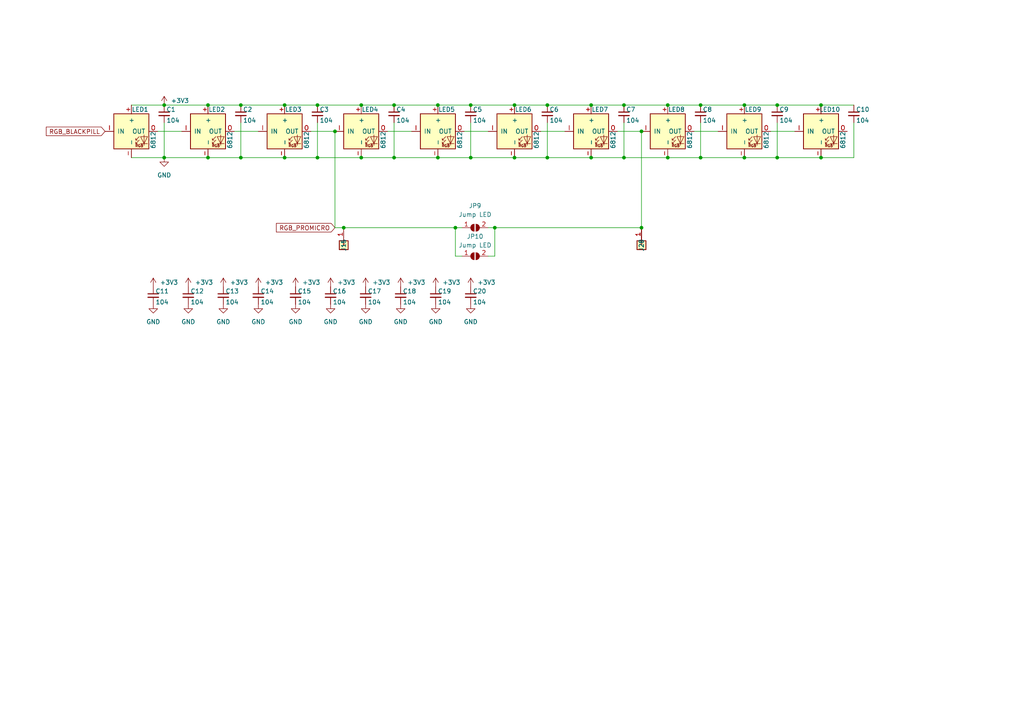
<source format=kicad_sch>
(kicad_sch (version 20211123) (generator eeschema)
  (paper "A4")
  (lib_symbols
    (symbol "Connector_Generic:Conn_01x01" (pin_names (offset 1.016) hide)
      (property "Reference" "J" (at 0 2.54 0))
      (property "Value" "Conn_01x01" (at 0 -2.54 0))
      (symbol "Conn_01x01_1_1"
        (rectangle (start -1.27 0.127) (end 0 -0.127) (stroke (width 0.1524)))
        (rectangle (start -1.27 1.27) (end 1.27 -1.27) (stroke (width 0.254)) (fill (type background)))
        (pin passive line (at -5.08 0 0) (length 3.81) (name "Pin_1") (number "1"))
      )
    )
    (symbol "Device:C_Small" (pin_numbers hide) (pin_names (offset 0.254) hide)
      (property "Reference" "C" (at 0.254 1.778 0))
      (property "Value" "C_Small" (at 0.254 -2.032 0))
      (symbol "C_Small_0_1"
        (polyline (pts (xy -1.524 -0.508) (xy 1.524 -0.508)) (stroke (width 0.3302)))
        (polyline (pts (xy -1.524 0.508) (xy 1.524 0.508)) (stroke (width 0.3048)))
      )
      (symbol "C_Small_1_1"
        (pin passive line (at 0 2.54 270) (length 2.032) (name "~") (number "1"))
        (pin passive line (at 0 -2.54 90) (length 2.032) (name "~") (number "2"))
      )
    )
    (symbol "Jumper:SolderJumper_2_Open" (pin_names (offset 0) hide)
      (property "Reference" "JP" (at 0 2.032 0))
      (property "Value" "SolderJumper_2_Open" (at 0 -2.54 0))
      (symbol "SolderJumper_2_Open_0_1"
        (arc (start -0.254 1.016) (mid -1.27 0) (end -0.254 -1.016))
        (arc (start -0.254 1.016) (mid -1.27 0) (end -0.254 -1.016) (fill (type outline)))
        (polyline (pts (xy -0.254 1.016) (xy -0.254 -1.016)))
        (polyline (pts (xy 0.254 1.016) (xy 0.254 -1.016)))
        (arc (start 0.254 -1.016) (mid 1.27 0) (end 0.254 1.016))
        (arc (start 0.254 -1.016) (mid 1.27 0) (end 0.254 1.016) (fill (type outline)))
      )
      (symbol "SolderJumper_2_Open_1_1"
        (pin passive line (at -3.81 0 0) (length 2.54) (name "A") (number "1"))
        (pin passive line (at 3.81 0 180) (length 2.54) (name "B") (number "2"))
      )
    )
    (symbol "kien242:6812" (pin_names (offset 1.016))
      (property "Reference" "LED" (at 5.08 7.62 0))
      (property "Value" "6812" (at 5.08 10.16 0))
      (symbol "6812_1_1"
        (polyline (pts (xy 1.27 -3.556) (xy 1.778 -3.556)))
        (polyline (pts (xy 1.27 -2.54) (xy 1.778 -2.54)))
        (polyline (pts (xy 4.699 -3.556) (xy 2.667 -3.556)))
        (polyline (pts (xy 2.286 -2.54) (xy 1.27 -3.556) (xy 1.27 -3.048)))
        (polyline (pts (xy 2.286 -1.524) (xy 1.27 -2.54) (xy 1.27 -2.032)))
        (polyline (pts (xy 3.683 -1.016) (xy 3.683 -3.556) (xy 3.683 -4.064)))
        (polyline (pts (xy 4.699 -1.524) (xy 2.667 -1.524) (xy 3.683 -3.556) (xy 4.699 -1.524)))
        (rectangle (start 5.08 5.08) (end -5.08 -5.08) (stroke (width 0.254)) (fill (type background)))
        (text "RGB" (at 2.286 -4.191 0) (effects (font (size 0.762 0.762))))
        (pin power_in line (at 0 7.62 270) (length 2.54) (name "+") (number "+"))
        (pin power_in line (at 0 -7.62 90) (length 2.54) (name "-") (number "-"))
        (pin input line (at -7.62 0 0) (length 2.54) (name "IN") (number "I"))
        (pin output line (at 7.62 0 180) (length 2.54) (name "OUT") (number "O"))
      )
    )
    (symbol "power:+3.3V" (power) (pin_names (offset 0))
      (property "Value" "+3.3V" (at 0 3.556 0))
      (symbol "+3.3V_0_1"
        (polyline (pts (xy -0.762 1.27) (xy 0 2.54)))
        (polyline (pts (xy 0 0) (xy 0 2.54)))
        (polyline (pts (xy 0 2.54) (xy 0.762 1.27)))
      )
      (symbol "+3.3V_1_1"
        (pin power_in line (at 0 0 90) (length 0) hide (name "+3V3") (number "1"))
      )
    )
    (symbol "power:GND" (power) (pin_names (offset 0))
      (property "Value" "GND" (at 0 -3.81 0))
      (symbol "GND_0_1"
        (polyline (pts (xy 0 0) (xy 0 -1.27) (xy 1.27 -1.27) (xy 0 -2.54) (xy -1.27 -1.27) (xy 0 -1.27)))
      )
      (symbol "GND_1_1"
        (pin power_in line (at 0 0 270) (length 0) hide (name "GND") (number "1"))
      )
    )
  )
  (junction (at 104.775 30.48))
  (junction (at 158.75 30.48))
  (junction (at 193.675 45.72))
  (junction (at 180.975 30.48))
  (junction (at 225.425 30.48))
  (junction (at 92.075 45.72))
  (junction (at 143.51 66.04))
  (junction (at 203.2 30.48))
  (junction (at 69.85 45.72))
  (junction (at 238.125 30.48))
  (junction (at 60.325 45.72))
  (junction (at 193.675 30.48))
  (junction (at 171.45 30.48))
  (junction (at 97.155 38.1))
  (junction (at 104.775 45.72))
  (junction (at 149.225 30.48))
  (junction (at 136.525 45.72))
  (junction (at 127 45.72))
  (junction (at 203.2 45.72))
  (junction (at 158.75 45.72))
  (junction (at 238.125 45.72))
  (junction (at 180.975 45.72))
  (junction (at 60.325 30.48))
  (junction (at 171.45 45.72))
  (junction (at 149.225 45.72))
  (junction (at 127 30.48))
  (junction (at 69.85 30.48))
  (junction (at 132.08 66.04))
  (junction (at 225.425 45.72))
  (junction (at 186.055 66.04))
  (junction (at 92.075 30.48))
  (junction (at 114.3 30.48))
  (junction (at 114.3 45.72))
  (junction (at 82.55 30.48))
  (junction (at 99.695 66.04))
  (junction (at 47.625 45.72))
  (junction (at 215.9 30.48))
  (junction (at 82.55 45.72))
  (junction (at 136.525 30.48))
  (junction (at 186.055 38.1))
  (junction (at 215.9 45.72))
  (junction (at 47.625 30.48))
  (wire (pts (xy 143.51 74.295) (xy 141.605 74.295)))
  (wire (pts (xy 149.225 30.48) (xy 158.75 30.48)))
  (wire (pts (xy 114.3 45.72) (xy 104.775 45.72)))
  (wire (pts (xy 203.2 35.56) (xy 203.2 45.72)))
  (wire (pts (xy 193.675 30.48) (xy 203.2 30.48)))
  (wire (pts (xy 171.45 30.48) (xy 180.975 30.48)))
  (wire (pts (xy 136.525 35.56) (xy 136.525 45.72)))
  (wire (pts (xy 69.85 30.48) (xy 82.55 30.48)))
  (wire (pts (xy 132.08 66.04) (xy 99.695 66.04)))
  (wire (pts (xy 92.075 30.48) (xy 104.775 30.48)))
  (wire (pts (xy 97.155 66.04) (xy 97.155 38.1)))
  (wire (pts (xy 112.395 38.1) (xy 119.38 38.1)))
  (wire (pts (xy 92.075 35.56) (xy 92.075 45.72)))
  (wire (pts (xy 180.975 45.72) (xy 193.675 45.72)))
  (wire (pts (xy 132.08 74.295) (xy 133.985 74.295)))
  (wire (pts (xy 47.625 45.72) (xy 60.325 45.72)))
  (wire (pts (xy 114.3 30.48) (xy 127 30.48)))
  (wire (pts (xy 69.85 45.72) (xy 60.325 45.72)))
  (wire (pts (xy 136.525 45.72) (xy 127 45.72)))
  (wire (pts (xy 203.2 45.72) (xy 215.9 45.72)))
  (wire (pts (xy 60.325 30.48) (xy 69.85 30.48)))
  (wire (pts (xy 203.2 45.72) (xy 193.675 45.72)))
  (wire (pts (xy 180.975 35.56) (xy 180.975 45.72)))
  (wire (pts (xy 186.055 66.04) (xy 143.51 66.04)))
  (wire (pts (xy 132.08 66.04) (xy 132.08 74.295)))
  (wire (pts (xy 225.425 45.72) (xy 215.9 45.72)))
  (wire (pts (xy 69.85 45.72) (xy 82.55 45.72)))
  (wire (pts (xy 158.75 35.56) (xy 158.75 45.72)))
  (wire (pts (xy 143.51 66.04) (xy 141.605 66.04)))
  (wire (pts (xy 38.1 30.48) (xy 47.625 30.48)))
  (wire (pts (xy 104.775 30.48) (xy 114.3 30.48)))
  (wire (pts (xy 92.075 45.72) (xy 104.775 45.72)))
  (wire (pts (xy 158.75 45.72) (xy 171.45 45.72)))
  (wire (pts (xy 225.425 45.72) (xy 238.125 45.72)))
  (wire (pts (xy 201.295 38.1) (xy 208.28 38.1)))
  (wire (pts (xy 114.3 35.56) (xy 114.3 45.72)))
  (wire (pts (xy 134.62 38.1) (xy 141.605 38.1)))
  (wire (pts (xy 136.525 30.48) (xy 149.225 30.48)))
  (wire (pts (xy 156.845 38.1) (xy 163.83 38.1)))
  (wire (pts (xy 136.525 45.72) (xy 149.225 45.72)))
  (wire (pts (xy 247.65 35.56) (xy 247.65 45.72)))
  (wire (pts (xy 47.625 35.56) (xy 47.625 45.72)))
  (wire (pts (xy 127 30.48) (xy 136.525 30.48)))
  (wire (pts (xy 247.65 45.72) (xy 238.125 45.72)))
  (wire (pts (xy 47.625 45.72) (xy 38.1 45.72)))
  (wire (pts (xy 223.52 38.1) (xy 230.505 38.1)))
  (wire (pts (xy 215.9 30.48) (xy 225.425 30.48)))
  (wire (pts (xy 158.75 45.72) (xy 149.225 45.72)))
  (wire (pts (xy 180.975 45.72) (xy 171.45 45.72)))
  (wire (pts (xy 99.695 66.04) (xy 97.155 66.04)))
  (wire (pts (xy 225.425 35.56) (xy 225.425 45.72)))
  (wire (pts (xy 158.75 30.48) (xy 171.45 30.48)))
  (wire (pts (xy 238.125 30.48) (xy 247.65 30.48)))
  (wire (pts (xy 203.2 30.48) (xy 215.9 30.48)))
  (wire (pts (xy 143.51 66.04) (xy 143.51 74.295)))
  (wire (pts (xy 67.945 38.1) (xy 74.93 38.1)))
  (wire (pts (xy 225.425 30.48) (xy 238.125 30.48)))
  (wire (pts (xy 92.075 45.72) (xy 82.55 45.72)))
  (wire (pts (xy 90.17 38.1) (xy 97.155 38.1)))
  (wire (pts (xy 47.625 30.48) (xy 60.325 30.48)))
  (wire (pts (xy 45.72 38.1) (xy 52.705 38.1)))
  (wire (pts (xy 179.07 38.1) (xy 186.055 38.1)))
  (wire (pts (xy 82.55 30.48) (xy 92.075 30.48)))
  (wire (pts (xy 69.85 35.56) (xy 69.85 45.72)))
  (wire (pts (xy 186.055 38.1) (xy 186.055 66.04)))
  (wire (pts (xy 180.975 30.48) (xy 193.675 30.48)))
  (wire (pts (xy 133.985 66.04) (xy 132.08 66.04)))
  (wire (pts (xy 114.3 45.72) (xy 127 45.72)))
  (global_label "RGB_BLACKPILL" (shape input) (at 30.48 38.1 180) (property "Intersheet References" "${INTERSHEET_REFS}" (effects hide)))
  (global_label "RGB_PROMICRO" (shape input) (at 97.155 66.04 180) (property "Intersheet References" "${INTERSHEET_REFS}" (effects hide)))
  (symbol (lib_id "Connector_Generic:Conn_01x01") (at 99.695 71.12 270) (unit 1)
    (property "Reference" "J14" (at 99.695 71.12 0))
    (property "Value" " " (at 95.885 71.12 0))
    (property "Footprint" "Library:Conn_01x01" (effects hide))
  )
  (symbol (lib_id "Device:C_Small") (at 47.625 33.02 0) (unit 1)
    (property "Reference" "C1" (at 48.26 31.75 0) (effects (justify left)))
    (property "Value" "104" (at 48.26 34.925 0) (effects (justify left)))
    (property "Footprint" "Capacitor_SMD:C_0603_1608Metric" (effects hide))
  )
  (symbol (lib_id "Connector_Generic:Conn_01x01") (at 99.695 71.12 270) (unit 1)
    (property "Reference" "J15" (at 99.695 71.12 0))
    (property "Value" " " (at 95.885 71.12 0))
    (property "Footprint" "Library:Conn_01x01" (effects hide))
  )
  (symbol (lib_id "power:GND") (at 95.885 88.265 0) (unit 1)
    (property "Reference" "#PWR0113" (effects hide))
    (property "Value" "GND" (at 95.885 93.345 0))
  )
  (symbol (lib_id "Jumper:SolderJumper_2_Open") (at 137.795 66.04 0) (unit 1)
    (property "Reference" "JP9" (at 137.795 59.69 0))
    (property "Value" "Jump LED" (at 137.795 62.23 0))
    (property "Footprint" "Jumper:SolderJumper-2_P1.3mm_Open_RoundedPad1.0x1.5mm" (effects hide))
  )
  (symbol (lib_id "power:+3.3V") (at 106.045 83.185 0) (unit 1)
    (property "Reference" "#PWR0118" (effects hide))
    (property "Value" "+3.3V" (at 107.95 81.9149 0) (effects (justify left)))
  )
  (symbol (lib_id "kien242:6812") (at 104.775 38.1 0) (unit 1)
    (property "Reference" "LED4" (at 107.315 31.75 0))
    (property "Value" "6812" (at 111.125 40.64 90))
    (property "Footprint" "kien242:SK6812MINI-FLIP" (effects hide))
  )
  (symbol (lib_id "Device:C_Small") (at 247.65 33.02 0) (unit 1)
    (property "Reference" "C10" (at 248.285 31.75 0) (effects (justify left)))
    (property "Value" "104" (at 248.285 34.925 0) (effects (justify left)))
    (property "Footprint" "Capacitor_SMD:C_0603_1608Metric" (effects hide))
  )
  (symbol (lib_id "Jumper:SolderJumper_2_Open") (at 137.795 74.295 0) (mirror x) (unit 1)
    (property "Reference" "JP10" (at 137.795 68.58 0))
    (property "Value" "Jump LED" (at 137.795 71.12 0))
    (property "Footprint" "Jumper:SolderJumper-2_P1.3mm_Open_Pad1.0x1.5mm" (effects hide))
  )
  (symbol (lib_id "kien242:6812") (at 127 38.1 0) (unit 1)
    (property "Reference" "LED5" (at 129.54 31.75 0))
    (property "Value" "6812" (at 133.35 40.64 90))
    (property "Footprint" "kien242:SK6812MINI-FLIP" (effects hide))
  )
  (symbol (lib_id "power:+3.3V") (at 116.205 83.185 0) (unit 1)
    (property "Reference" "#PWR0120" (effects hide))
    (property "Value" "+3.3V" (at 118.11 81.9149 0) (effects (justify left)))
  )
  (symbol (lib_id "power:GND") (at 85.725 88.265 0) (unit 1)
    (property "Reference" "#PWR0115" (effects hide))
    (property "Value" "GND" (at 85.725 93.345 0))
  )
  (symbol (lib_id "kien242:6812") (at 38.1 38.1 0) (unit 1)
    (property "Reference" "LED1" (at 40.64 31.75 0))
    (property "Value" "6812" (at 44.45 40.64 90))
    (property "Footprint" "kien242:SK6812MINI-FLIP" (effects hide))
  )
  (symbol (lib_id "Device:C_Small") (at 64.77 85.725 0) (unit 1)
    (property "Reference" "C13" (at 65.405 84.455 0) (effects (justify left)))
    (property "Value" "104" (at 65.405 87.63 0) (effects (justify left)))
    (property "Footprint" "Capacitor_SMD:C_0603_1608Metric" (effects hide))
  )
  (symbol (lib_id "power:GND") (at 64.77 88.265 0) (unit 1)
    (property "Reference" "#PWR0125" (effects hide))
    (property "Value" "GND" (at 64.77 93.345 0))
  )
  (symbol (lib_id "Device:C_Small") (at 54.61 85.725 0) (unit 1)
    (property "Reference" "C12" (at 55.245 84.455 0) (effects (justify left)))
    (property "Value" "104" (at 55.245 87.63 0) (effects (justify left)))
    (property "Footprint" "Capacitor_SMD:C_0603_1608Metric" (effects hide))
  )
  (symbol (lib_id "Device:C_Small") (at 136.525 85.725 0) (unit 1)
    (property "Reference" "C20" (at 137.16 84.455 0) (effects (justify left)))
    (property "Value" "104" (at 137.16 87.63 0) (effects (justify left)))
    (property "Footprint" "Capacitor_SMD:C_0603_1608Metric" (effects hide))
  )
  (symbol (lib_id "Device:C_Small") (at 180.975 33.02 0) (unit 1)
    (property "Reference" "C7" (at 181.61 31.75 0) (effects (justify left)))
    (property "Value" "104" (at 181.61 34.925 0) (effects (justify left)))
    (property "Footprint" "Capacitor_SMD:C_0603_1608Metric" (effects hide))
  )
  (symbol (lib_id "Device:C_Small") (at 106.045 85.725 0) (unit 1)
    (property "Reference" "C17" (at 106.68 84.455 0) (effects (justify left)))
    (property "Value" "104" (at 106.68 87.63 0) (effects (justify left)))
    (property "Footprint" "Capacitor_SMD:C_0603_1608Metric" (effects hide))
  )
  (symbol (lib_id "Device:C_Small") (at 136.525 33.02 0) (unit 1)
    (property "Reference" "C5" (at 137.16 31.75 0) (effects (justify left)))
    (property "Value" "104" (at 137.16 34.925 0) (effects (justify left)))
    (property "Footprint" "Capacitor_SMD:C_0603_1608Metric" (effects hide))
  )
  (symbol (lib_id "power:+3.3V") (at 47.625 30.48 0) (unit 1)
    (property "Reference" "#PWR0103" (effects hide))
    (property "Value" "+3.3V" (at 49.53 29.2099 0) (effects (justify left)))
  )
  (symbol (lib_id "power:GND") (at 136.525 88.265 0) (unit 1)
    (property "Reference" "#PWR0122" (effects hide))
    (property "Value" "GND" (at 136.525 93.345 0))
  )
  (symbol (lib_id "power:+3.3V") (at 44.45 83.185 0) (unit 1)
    (property "Reference" "#PWR0128" (effects hide))
    (property "Value" "+3.3V" (at 46.355 81.9149 0) (effects (justify left)))
  )
  (symbol (lib_id "Device:C_Small") (at 114.3 33.02 0) (unit 1)
    (property "Reference" "C4" (at 114.935 31.75 0) (effects (justify left)))
    (property "Value" "104" (at 114.935 34.925 0) (effects (justify left)))
    (property "Footprint" "Capacitor_SMD:C_0603_1608Metric" (effects hide))
  )
  (symbol (lib_id "kien242:6812") (at 215.9 38.1 0) (unit 1)
    (property "Reference" "LED9" (at 218.44 31.75 0))
    (property "Value" "6812" (at 222.25 40.64 90))
    (property "Footprint" "kien242:SK6812MINI-FLIP" (effects hide))
  )
  (symbol (lib_id "power:GND") (at 126.365 88.265 0) (unit 1)
    (property "Reference" "#PWR0121" (effects hide))
    (property "Value" "GND" (at 126.365 93.345 0))
  )
  (symbol (lib_id "Device:C_Small") (at 69.85 33.02 0) (unit 1)
    (property "Reference" "C2" (at 70.485 31.75 0) (effects (justify left)))
    (property "Value" "104" (at 70.485 34.925 0) (effects (justify left)))
    (property "Footprint" "Capacitor_SMD:C_0603_1608Metric" (effects hide))
  )
  (symbol (lib_id "Connector_Generic:Conn_01x01") (at 186.055 71.12 270) (unit 1)
    (property "Reference" "J28" (at 186.055 71.12 0))
    (property "Value" " " (at 182.245 71.12 0))
    (property "Footprint" "Library:Conn_01x01" (effects hide))
  )
  (symbol (lib_id "kien242:6812") (at 193.675 38.1 0) (unit 1)
    (property "Reference" "LED8" (at 196.215 31.75 0))
    (property "Value" "6812" (at 200.025 40.64 90))
    (property "Footprint" "kien242:SK6812MINI-FLIP" (effects hide))
  )
  (symbol (lib_id "power:GND") (at 47.625 45.72 0) (unit 1)
    (property "Reference" "#PWR0102" (effects hide))
    (property "Value" "GND" (at 47.625 50.8 0))
  )
  (symbol (lib_id "kien242:6812") (at 82.55 38.1 0) (unit 1)
    (property "Reference" "LED3" (at 85.09 31.75 0))
    (property "Value" "6812" (at 88.9 40.64 90))
    (property "Footprint" "kien242:SK6812MINI-FLIP" (effects hide))
  )
  (symbol (lib_id "power:GND") (at 74.93 88.265 0) (unit 1)
    (property "Reference" "#PWR0124" (effects hide))
    (property "Value" "GND" (at 74.93 93.345 0))
  )
  (symbol (lib_id "Connector_Generic:Conn_01x01") (at 186.055 71.12 270) (unit 1)
    (property "Reference" "J29" (at 186.055 71.12 0))
    (property "Value" " " (at 182.245 71.12 0))
    (property "Footprint" "Library:Conn_01x01" (effects hide))
  )
  (symbol (lib_id "Device:C_Small") (at 203.2 33.02 0) (unit 1)
    (property "Reference" "C8" (at 203.835 31.75 0) (effects (justify left)))
    (property "Value" "104" (at 203.835 34.925 0) (effects (justify left)))
    (property "Footprint" "Capacitor_SMD:C_0603_1608Metric" (effects hide))
  )
  (symbol (lib_id "power:+3.3V") (at 64.77 83.185 0) (unit 1)
    (property "Reference" "#PWR0123" (effects hide))
    (property "Value" "+3.3V" (at 66.675 81.9149 0) (effects (justify left)))
  )
  (symbol (lib_id "Device:C_Small") (at 158.75 33.02 0) (unit 1)
    (property "Reference" "C6" (at 159.385 31.75 0) (effects (justify left)))
    (property "Value" "104" (at 159.385 34.925 0) (effects (justify left)))
    (property "Footprint" "Capacitor_SMD:C_0603_1608Metric" (effects hide))
  )
  (symbol (lib_id "power:GND") (at 44.45 88.265 0) (unit 1)
    (property "Reference" "#PWR0127" (effects hide))
    (property "Value" "GND" (at 44.45 93.345 0))
  )
  (symbol (lib_id "power:+3.3V") (at 126.365 83.185 0) (unit 1)
    (property "Reference" "#PWR0111" (effects hide))
    (property "Value" "+3.3V" (at 128.27 81.9149 0) (effects (justify left)))
  )
  (symbol (lib_id "kien242:6812") (at 60.325 38.1 0) (unit 1)
    (property "Reference" "LED2" (at 62.865 31.75 0))
    (property "Value" "6812" (at 66.675 40.64 90))
    (property "Footprint" "kien242:SK6812MINI-FLIP" (effects hide))
  )
  (symbol (lib_id "power:+3.3V") (at 85.725 83.185 0) (unit 1)
    (property "Reference" "#PWR0112" (effects hide))
    (property "Value" "+3.3V" (at 87.63 81.9149 0) (effects (justify left)))
  )
  (symbol (lib_id "Device:C_Small") (at 95.885 85.725 0) (unit 1)
    (property "Reference" "C16" (at 96.52 84.455 0) (effects (justify left)))
    (property "Value" "104" (at 96.52 87.63 0) (effects (justify left)))
    (property "Footprint" "Capacitor_SMD:C_0603_1608Metric" (effects hide))
  )
  (symbol (lib_id "power:GND") (at 106.045 88.265 0) (unit 1)
    (property "Reference" "#PWR0117" (effects hide))
    (property "Value" "GND" (at 106.045 93.345 0))
  )
  (symbol (lib_id "kien242:6812") (at 171.45 38.1 0) (unit 1)
    (property "Reference" "LED7" (at 173.99 31.75 0))
    (property "Value" "6812" (at 177.8 40.64 90))
    (property "Footprint" "kien242:SK6812MINI-FLIP" (effects hide))
  )
  (symbol (lib_id "power:+3.3V") (at 54.61 83.185 0) (unit 1)
    (property "Reference" "#PWR0129" (effects hide))
    (property "Value" "+3.3V" (at 56.515 81.9149 0) (effects (justify left)))
  )
  (symbol (lib_id "power:GND") (at 54.61 88.265 0) (unit 1)
    (property "Reference" "#PWR0126" (effects hide))
    (property "Value" "GND" (at 54.61 93.345 0))
  )
  (symbol (lib_id "Device:C_Small") (at 92.075 33.02 0) (unit 1)
    (property "Reference" "C3" (at 92.71 31.75 0) (effects (justify left)))
    (property "Value" "104" (at 92.71 34.925 0) (effects (justify left)))
    (property "Footprint" "Capacitor_SMD:C_0603_1608Metric" (effects hide))
  )
  (symbol (lib_id "Device:C_Small") (at 74.93 85.725 0) (unit 1)
    (property "Reference" "C14" (at 75.565 84.455 0) (effects (justify left)))
    (property "Value" "104" (at 75.565 87.63 0) (effects (justify left)))
    (property "Footprint" "Capacitor_SMD:C_0603_1608Metric" (effects hide))
  )
  (symbol (lib_id "power:+3.3V") (at 95.885 83.185 0) (unit 1)
    (property "Reference" "#PWR0116" (effects hide))
    (property "Value" "+3.3V" (at 97.79 81.9149 0) (effects (justify left)))
  )
  (symbol (lib_id "power:+3.3V") (at 136.525 83.185 0) (unit 1)
    (property "Reference" "#PWR0110" (effects hide))
    (property "Value" "+3.3V" (at 138.43 81.9149 0) (effects (justify left)))
  )
  (symbol (lib_id "power:GND") (at 116.205 88.265 0) (unit 1)
    (property "Reference" "#PWR0119" (effects hide))
    (property "Value" "GND" (at 116.205 93.345 0))
  )
  (symbol (lib_id "Device:C_Small") (at 126.365 85.725 0) (unit 1)
    (property "Reference" "C19" (at 127 84.455 0) (effects (justify left)))
    (property "Value" "104" (at 127 87.63 0) (effects (justify left)))
    (property "Footprint" "Capacitor_SMD:C_0603_1608Metric" (effects hide))
  )
  (symbol (lib_id "kien242:6812") (at 238.125 38.1 0) (unit 1)
    (property "Reference" "LED10" (at 240.665 31.75 0))
    (property "Value" "6812" (at 244.475 40.64 90))
    (property "Footprint" "kien242:SK6812MINI-FLIP" (effects hide))
  )
  (symbol (lib_id "power:+3.3V") (at 74.93 83.185 0) (unit 1)
    (property "Reference" "#PWR0114" (effects hide))
    (property "Value" "+3.3V" (at 76.835 81.9149 0) (effects (justify left)))
  )
  (symbol (lib_id "Device:C_Small") (at 116.205 85.725 0) (unit 1)
    (property "Reference" "C18" (at 116.84 84.455 0) (effects (justify left)))
    (property "Value" "104" (at 116.84 87.63 0) (effects (justify left)))
    (property "Footprint" "Capacitor_SMD:C_0603_1608Metric" (effects hide))
  )
  (symbol (lib_id "Device:C_Small") (at 225.425 33.02 0) (unit 1)
    (property "Reference" "C9" (at 226.06 31.75 0) (effects (justify left)))
    (property "Value" "104" (at 226.06 34.925 0) (effects (justify left)))
    (property "Footprint" "Capacitor_SMD:C_0603_1608Metric" (effects hide))
  )
  (symbol (lib_id "Device:C_Small") (at 85.725 85.725 0) (unit 1)
    (property "Reference" "C15" (at 86.36 84.455 0) (effects (justify left)))
    (property "Value" "104" (at 86.36 87.63 0) (effects (justify left)))
    (property "Footprint" "Capacitor_SMD:C_0603_1608Metric" (effects hide))
  )
  (symbol (lib_id "Device:C_Small") (at 44.45 85.725 0) (unit 1)
    (property "Reference" "C11" (at 45.085 84.455 0) (effects (justify left)))
    (property "Value" "104" (at 45.085 87.63 0) (effects (justify left)))
    (property "Footprint" "Capacitor_SMD:C_0603_1608Metric" (effects hide))
  )
  (symbol (lib_id "kien242:6812") (at 149.225 38.1 0) (unit 1)
    (property "Reference" "LED6" (at 151.765 31.75 0))
    (property "Value" "6812" (at 155.575 40.64 90))
    (property "Footprint" "kien242:SK6812MINI-FLIP" (effects hide))
  )
)
</source>
